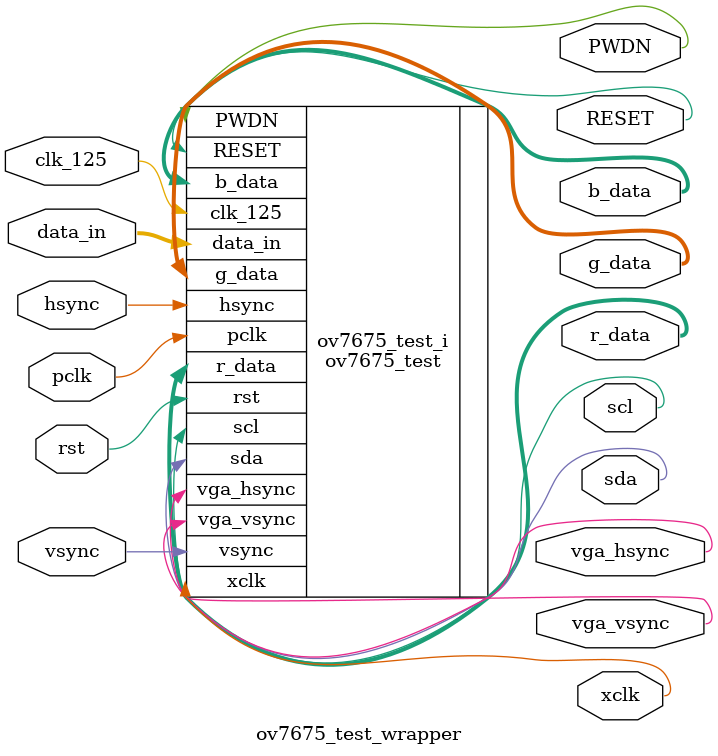
<source format=v>
`timescale 1 ps / 1 ps

module ov7675_test_wrapper
   (PWDN,
    RESET,
    b_data,
    clk_125,
    data_in,
    g_data,
    hsync,
    pclk,
    r_data,
    rst,
    scl,
    sda,
    vga_hsync,
    vga_vsync,
    vsync,
    xclk);
  output PWDN;
  output RESET;
  output [3:0]b_data;
  input clk_125;
  input [7:0]data_in;
  output [3:0]g_data;
  input hsync;
  input pclk;
  output [3:0]r_data;
  input rst;
  output scl;
  output sda;
  output vga_hsync;
  output vga_vsync;
  input vsync;
  output xclk;

  wire PWDN;
  wire RESET;
  wire [3:0]b_data;
  wire clk_125;
  wire [7:0]data_in;
  wire [3:0]g_data;
  wire hsync;
  wire pclk;
  wire [3:0]r_data;
  wire rst;
  wire scl;
  wire sda;
  wire vga_hsync;
  wire vga_vsync;
  wire vsync;
  wire xclk;

  ov7675_test ov7675_test_i
       (.PWDN(PWDN),
        .RESET(RESET),
        .b_data(b_data),
        .clk_125(clk_125),
        .data_in(data_in),
        .g_data(g_data),
        .hsync(hsync),
        .pclk(pclk),
        .r_data(r_data),
        .rst(rst),
        .scl(scl),
        .sda(sda),
        .vga_hsync(vga_hsync),
        .vga_vsync(vga_vsync),
        .vsync(vsync),
        .xclk(xclk));
endmodule

</source>
